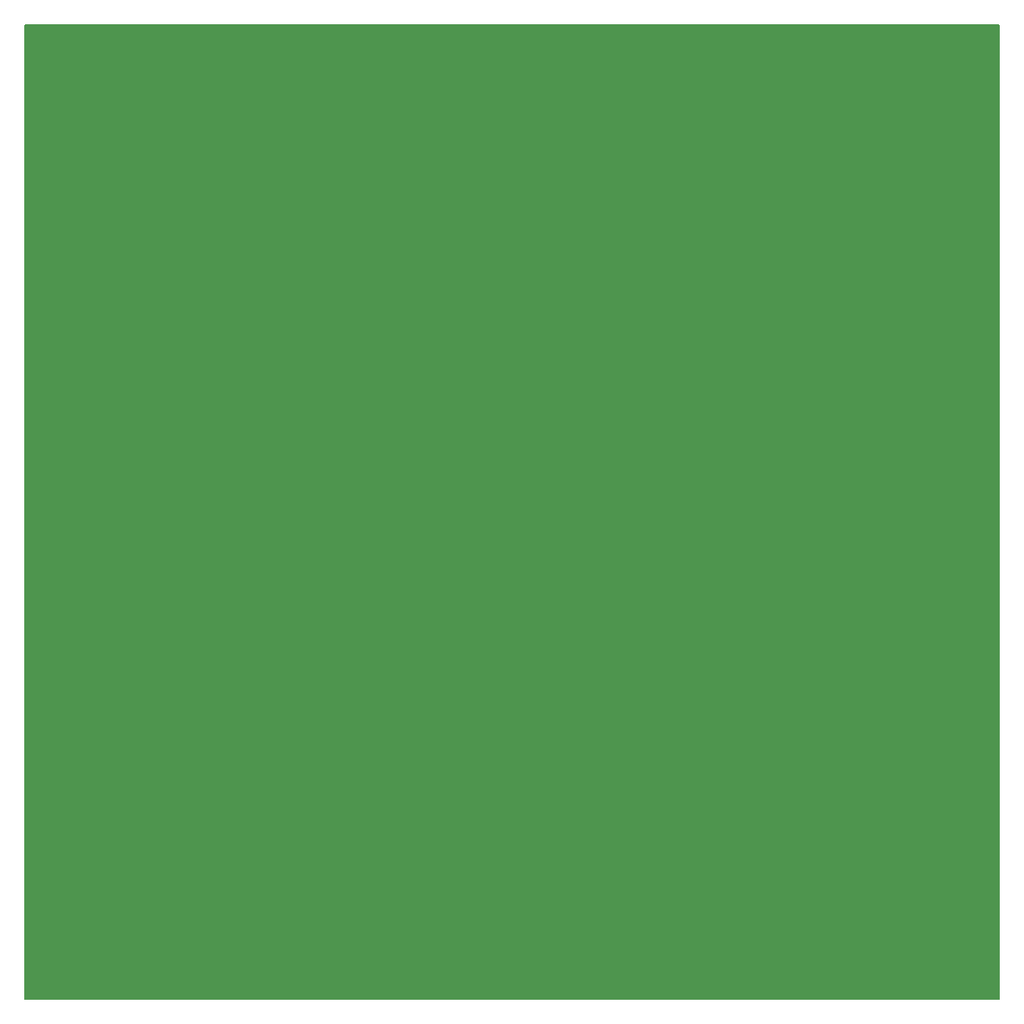
<source format=gts>
G04 #@! TF.GenerationSoftware,KiCad,Pcbnew,(2017-12-21 revision 7586afd53)-makepkg*
G04 #@! TF.CreationDate,2018-01-22T17:38:36-08:00*
G04 #@! TF.ProjectId,fieldmill,6669656C646D696C6C2E6B696361645F,A*
G04 #@! TF.SameCoordinates,Original*
G04 #@! TF.FileFunction,Soldermask,Top*
G04 #@! TF.FilePolarity,Negative*
%FSLAX46Y46*%
G04 Gerber Fmt 4.6, Leading zero omitted, Abs format (unit mm)*
G04 Created by KiCad (PCBNEW (2017-12-21 revision 7586afd53)-makepkg) date 01/22/18 17:38:36*
%MOMM*%
%LPD*%
G01*
G04 APERTURE LIST*
%ADD10C,0.150000*%
%ADD11R,1.160000X1.160000*%
G04 APERTURE END LIST*
D10*
G36*
X49000000Y-49000000D02*
X49000000Y-151000000D01*
X151000000Y-151000000D01*
X151000000Y-49000000D01*
X49000000Y-49000000D01*
G37*
X49000000Y-49000000D02*
X49000000Y-151000000D01*
X151000000Y-151000000D01*
X151000000Y-49000000D01*
X49000000Y-49000000D01*
D11*
X117600000Y-95200000D03*
X112800000Y-87000000D03*
X104600000Y-82400000D03*
X95400000Y-82800000D03*
X87200000Y-87400000D03*
X82600000Y-95400000D03*
X82600000Y-104600000D03*
X87200000Y-112600000D03*
X95400000Y-117400000D03*
X105000000Y-117200000D03*
X113000000Y-112600000D03*
X117600000Y-104600000D03*
M02*

</source>
